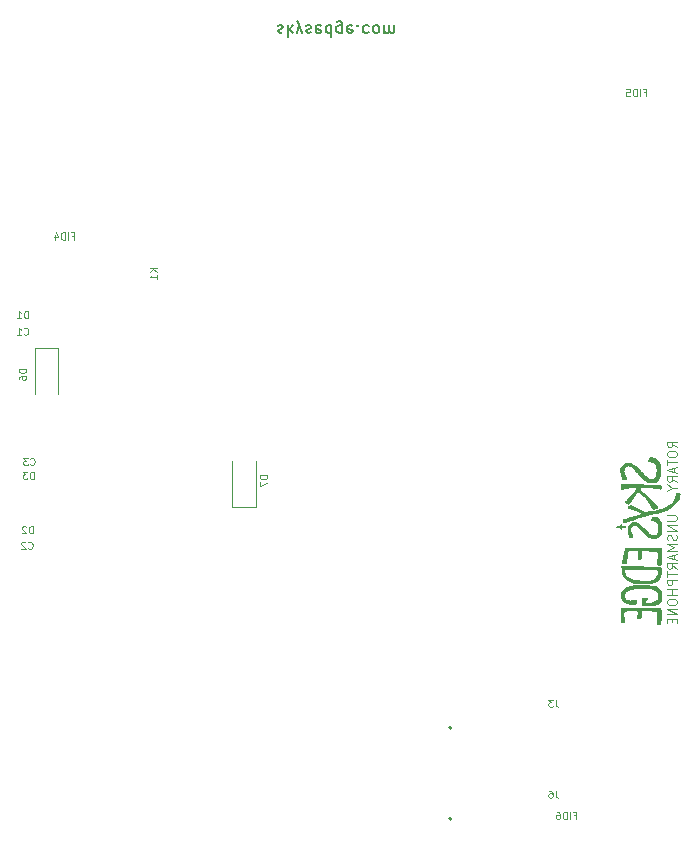
<source format=gbr>
G04 #@! TF.GenerationSoftware,KiCad,Pcbnew,5.1.6+dfsg1-1~bpo10+1*
G04 #@! TF.CreationDate,2021-06-19T16:41:40-04:00*
G04 #@! TF.ProjectId,RUSP_Daughterboard,52555350-5f44-4617-9567-68746572626f,rev?*
G04 #@! TF.SameCoordinates,Original*
G04 #@! TF.FileFunction,Legend,Bot*
G04 #@! TF.FilePolarity,Positive*
%FSLAX46Y46*%
G04 Gerber Fmt 4.6, Leading zero omitted, Abs format (unit mm)*
G04 Created by KiCad (PCBNEW 5.1.6+dfsg1-1~bpo10+1) date 2021-06-19 16:41:40*
%MOMM*%
%LPD*%
G01*
G04 APERTURE LIST*
%ADD10C,0.120000*%
%ADD11C,0.150000*%
%ADD12C,0.010000*%
G04 APERTURE END LIST*
D10*
X178361904Y-105980952D02*
X177980952Y-105714285D01*
X178361904Y-105523809D02*
X177561904Y-105523809D01*
X177561904Y-105828571D01*
X177600000Y-105904761D01*
X177638095Y-105942857D01*
X177714285Y-105980952D01*
X177828571Y-105980952D01*
X177904761Y-105942857D01*
X177942857Y-105904761D01*
X177980952Y-105828571D01*
X177980952Y-105523809D01*
X177561904Y-106476190D02*
X177561904Y-106628571D01*
X177600000Y-106704761D01*
X177676190Y-106780952D01*
X177828571Y-106819047D01*
X178095238Y-106819047D01*
X178247619Y-106780952D01*
X178323809Y-106704761D01*
X178361904Y-106628571D01*
X178361904Y-106476190D01*
X178323809Y-106400000D01*
X178247619Y-106323809D01*
X178095238Y-106285714D01*
X177828571Y-106285714D01*
X177676190Y-106323809D01*
X177600000Y-106400000D01*
X177561904Y-106476190D01*
X177561904Y-107047619D02*
X177561904Y-107504761D01*
X178361904Y-107276190D02*
X177561904Y-107276190D01*
X178133333Y-107733333D02*
X178133333Y-108114285D01*
X178361904Y-107657142D02*
X177561904Y-107923809D01*
X178361904Y-108190476D01*
X178361904Y-108914285D02*
X177980952Y-108647619D01*
X178361904Y-108457142D02*
X177561904Y-108457142D01*
X177561904Y-108761904D01*
X177600000Y-108838095D01*
X177638095Y-108876190D01*
X177714285Y-108914285D01*
X177828571Y-108914285D01*
X177904761Y-108876190D01*
X177942857Y-108838095D01*
X177980952Y-108761904D01*
X177980952Y-108457142D01*
X177980952Y-109409523D02*
X178361904Y-109409523D01*
X177561904Y-109142857D02*
X177980952Y-109409523D01*
X177561904Y-109676190D01*
X177561904Y-111771428D02*
X178209523Y-111771428D01*
X178285714Y-111809523D01*
X178323809Y-111847619D01*
X178361904Y-111923809D01*
X178361904Y-112076190D01*
X178323809Y-112152380D01*
X178285714Y-112190476D01*
X178209523Y-112228571D01*
X177561904Y-112228571D01*
X178361904Y-112609523D02*
X177561904Y-112609523D01*
X178361904Y-113066666D01*
X177561904Y-113066666D01*
X178323809Y-113409523D02*
X178361904Y-113523809D01*
X178361904Y-113714285D01*
X178323809Y-113790476D01*
X178285714Y-113828571D01*
X178209523Y-113866666D01*
X178133333Y-113866666D01*
X178057142Y-113828571D01*
X178019047Y-113790476D01*
X177980952Y-113714285D01*
X177942857Y-113561904D01*
X177904761Y-113485714D01*
X177866666Y-113447619D01*
X177790476Y-113409523D01*
X177714285Y-113409523D01*
X177638095Y-113447619D01*
X177600000Y-113485714D01*
X177561904Y-113561904D01*
X177561904Y-113752380D01*
X177600000Y-113866666D01*
X178361904Y-114209523D02*
X177561904Y-114209523D01*
X178133333Y-114476190D01*
X177561904Y-114742857D01*
X178361904Y-114742857D01*
X178133333Y-115085714D02*
X178133333Y-115466666D01*
X178361904Y-115009523D02*
X177561904Y-115276190D01*
X178361904Y-115542857D01*
X178361904Y-116266666D02*
X177980952Y-116000000D01*
X178361904Y-115809523D02*
X177561904Y-115809523D01*
X177561904Y-116114285D01*
X177600000Y-116190476D01*
X177638095Y-116228571D01*
X177714285Y-116266666D01*
X177828571Y-116266666D01*
X177904761Y-116228571D01*
X177942857Y-116190476D01*
X177980952Y-116114285D01*
X177980952Y-115809523D01*
X177561904Y-116495238D02*
X177561904Y-116952380D01*
X178361904Y-116723809D02*
X177561904Y-116723809D01*
X178361904Y-117219047D02*
X177561904Y-117219047D01*
X177561904Y-117523809D01*
X177600000Y-117600000D01*
X177638095Y-117638095D01*
X177714285Y-117676190D01*
X177828571Y-117676190D01*
X177904761Y-117638095D01*
X177942857Y-117600000D01*
X177980952Y-117523809D01*
X177980952Y-117219047D01*
X178361904Y-118019047D02*
X177561904Y-118019047D01*
X177942857Y-118019047D02*
X177942857Y-118476190D01*
X178361904Y-118476190D02*
X177561904Y-118476190D01*
X177561904Y-119009523D02*
X177561904Y-119161904D01*
X177600000Y-119238095D01*
X177676190Y-119314285D01*
X177828571Y-119352380D01*
X178095238Y-119352380D01*
X178247619Y-119314285D01*
X178323809Y-119238095D01*
X178361904Y-119161904D01*
X178361904Y-119009523D01*
X178323809Y-118933333D01*
X178247619Y-118857142D01*
X178095238Y-118819047D01*
X177828571Y-118819047D01*
X177676190Y-118857142D01*
X177600000Y-118933333D01*
X177561904Y-119009523D01*
X178361904Y-119695238D02*
X177561904Y-119695238D01*
X178361904Y-120152380D01*
X177561904Y-120152380D01*
X177942857Y-120533333D02*
X177942857Y-120800000D01*
X178361904Y-120914285D02*
X178361904Y-120533333D01*
X177561904Y-120533333D01*
X177561904Y-120914285D01*
D11*
X144597619Y-70295238D02*
X144692857Y-70247619D01*
X144883333Y-70247619D01*
X144978571Y-70295238D01*
X145026190Y-70390476D01*
X145026190Y-70438095D01*
X144978571Y-70533333D01*
X144883333Y-70580952D01*
X144740476Y-70580952D01*
X144645238Y-70628571D01*
X144597619Y-70723809D01*
X144597619Y-70771428D01*
X144645238Y-70866666D01*
X144740476Y-70914285D01*
X144883333Y-70914285D01*
X144978571Y-70866666D01*
X145454761Y-70247619D02*
X145454761Y-71247619D01*
X145550000Y-70628571D02*
X145835714Y-70247619D01*
X145835714Y-70914285D02*
X145454761Y-70533333D01*
X146169047Y-70914285D02*
X146407142Y-70247619D01*
X146645238Y-70914285D02*
X146407142Y-70247619D01*
X146311904Y-70009523D01*
X146264285Y-69961904D01*
X146169047Y-69914285D01*
X146978571Y-70295238D02*
X147073809Y-70247619D01*
X147264285Y-70247619D01*
X147359523Y-70295238D01*
X147407142Y-70390476D01*
X147407142Y-70438095D01*
X147359523Y-70533333D01*
X147264285Y-70580952D01*
X147121428Y-70580952D01*
X147026190Y-70628571D01*
X146978571Y-70723809D01*
X146978571Y-70771428D01*
X147026190Y-70866666D01*
X147121428Y-70914285D01*
X147264285Y-70914285D01*
X147359523Y-70866666D01*
X148216666Y-70295238D02*
X148121428Y-70247619D01*
X147930952Y-70247619D01*
X147835714Y-70295238D01*
X147788095Y-70390476D01*
X147788095Y-70771428D01*
X147835714Y-70866666D01*
X147930952Y-70914285D01*
X148121428Y-70914285D01*
X148216666Y-70866666D01*
X148264285Y-70771428D01*
X148264285Y-70676190D01*
X147788095Y-70580952D01*
X149121428Y-70247619D02*
X149121428Y-71247619D01*
X149121428Y-70295238D02*
X149026190Y-70247619D01*
X148835714Y-70247619D01*
X148740476Y-70295238D01*
X148692857Y-70342857D01*
X148645238Y-70438095D01*
X148645238Y-70723809D01*
X148692857Y-70819047D01*
X148740476Y-70866666D01*
X148835714Y-70914285D01*
X149026190Y-70914285D01*
X149121428Y-70866666D01*
X150026190Y-70914285D02*
X150026190Y-70104761D01*
X149978571Y-70009523D01*
X149930952Y-69961904D01*
X149835714Y-69914285D01*
X149692857Y-69914285D01*
X149597619Y-69961904D01*
X150026190Y-70295238D02*
X149930952Y-70247619D01*
X149740476Y-70247619D01*
X149645238Y-70295238D01*
X149597619Y-70342857D01*
X149550000Y-70438095D01*
X149550000Y-70723809D01*
X149597619Y-70819047D01*
X149645238Y-70866666D01*
X149740476Y-70914285D01*
X149930952Y-70914285D01*
X150026190Y-70866666D01*
X150883333Y-70295238D02*
X150788095Y-70247619D01*
X150597619Y-70247619D01*
X150502380Y-70295238D01*
X150454761Y-70390476D01*
X150454761Y-70771428D01*
X150502380Y-70866666D01*
X150597619Y-70914285D01*
X150788095Y-70914285D01*
X150883333Y-70866666D01*
X150930952Y-70771428D01*
X150930952Y-70676190D01*
X150454761Y-70580952D01*
X151359523Y-70342857D02*
X151407142Y-70295238D01*
X151359523Y-70247619D01*
X151311904Y-70295238D01*
X151359523Y-70342857D01*
X151359523Y-70247619D01*
X152264285Y-70295238D02*
X152169047Y-70247619D01*
X151978571Y-70247619D01*
X151883333Y-70295238D01*
X151835714Y-70342857D01*
X151788095Y-70438095D01*
X151788095Y-70723809D01*
X151835714Y-70819047D01*
X151883333Y-70866666D01*
X151978571Y-70914285D01*
X152169047Y-70914285D01*
X152264285Y-70866666D01*
X152835714Y-70247619D02*
X152740476Y-70295238D01*
X152692857Y-70342857D01*
X152645238Y-70438095D01*
X152645238Y-70723809D01*
X152692857Y-70819047D01*
X152740476Y-70866666D01*
X152835714Y-70914285D01*
X152978571Y-70914285D01*
X153073809Y-70866666D01*
X153121428Y-70819047D01*
X153169047Y-70723809D01*
X153169047Y-70438095D01*
X153121428Y-70342857D01*
X153073809Y-70295238D01*
X152978571Y-70247619D01*
X152835714Y-70247619D01*
X153597619Y-70247619D02*
X153597619Y-70914285D01*
X153597619Y-70819047D02*
X153645238Y-70866666D01*
X153740476Y-70914285D01*
X153883333Y-70914285D01*
X153978571Y-70866666D01*
X154026190Y-70771428D01*
X154026190Y-70247619D01*
X154026190Y-70771428D02*
X154073809Y-70866666D01*
X154169047Y-70914285D01*
X154311904Y-70914285D01*
X154407142Y-70866666D01*
X154454761Y-70771428D01*
X154454761Y-70247619D01*
X159311803Y-129750000D02*
G75*
G03*
X159311803Y-129750000I-111803J0D01*
G01*
X159311803Y-137450000D02*
G75*
G03*
X159311803Y-137450000I-111803J0D01*
G01*
D10*
X124000000Y-97550000D02*
X126000000Y-97550000D01*
X126000000Y-97550000D02*
X126000000Y-101450000D01*
X124000000Y-97550000D02*
X124000000Y-101450000D01*
X142700000Y-111050000D02*
X142700000Y-107150000D01*
X140700000Y-111050000D02*
X140700000Y-107150000D01*
X142700000Y-111050000D02*
X140700000Y-111050000D01*
D12*
G36*
X173394995Y-112735052D02*
G01*
X173503484Y-112755165D01*
X173567338Y-112784885D01*
X173597110Y-112831990D01*
X173603490Y-112888750D01*
X173612938Y-112941108D01*
X173633341Y-112947211D01*
X173654365Y-112911753D01*
X173664284Y-112861141D01*
X173672018Y-112810534D01*
X173692040Y-112781873D01*
X173738242Y-112766343D01*
X173824516Y-112755128D01*
X173832752Y-112754241D01*
X173928123Y-112740941D01*
X173990236Y-112726475D01*
X174013424Y-112713503D01*
X173992020Y-112704682D01*
X173943270Y-112702391D01*
X173811915Y-112694487D01*
X173726468Y-112668748D01*
X173679641Y-112622138D01*
X173667931Y-112587643D01*
X173647661Y-112522360D01*
X173624888Y-112493404D01*
X173607758Y-112506543D01*
X173603490Y-112542012D01*
X173595245Y-112606350D01*
X173564217Y-112647519D01*
X173499400Y-112673463D01*
X173396848Y-112691199D01*
X173231196Y-112713220D01*
X173394995Y-112735052D01*
G37*
X173394995Y-112735052D02*
X173503484Y-112755165D01*
X173567338Y-112784885D01*
X173597110Y-112831990D01*
X173603490Y-112888750D01*
X173612938Y-112941108D01*
X173633341Y-112947211D01*
X173654365Y-112911753D01*
X173664284Y-112861141D01*
X173672018Y-112810534D01*
X173692040Y-112781873D01*
X173738242Y-112766343D01*
X173824516Y-112755128D01*
X173832752Y-112754241D01*
X173928123Y-112740941D01*
X173990236Y-112726475D01*
X174013424Y-112713503D01*
X173992020Y-112704682D01*
X173943270Y-112702391D01*
X173811915Y-112694487D01*
X173726468Y-112668748D01*
X173679641Y-112622138D01*
X173667931Y-112587643D01*
X173647661Y-112522360D01*
X173624888Y-112493404D01*
X173607758Y-112506543D01*
X173603490Y-112542012D01*
X173595245Y-112606350D01*
X173564217Y-112647519D01*
X173499400Y-112673463D01*
X173396848Y-112691199D01*
X173231196Y-112713220D01*
X173394995Y-112735052D01*
G36*
X173584675Y-108073295D02*
G01*
X173606966Y-108179766D01*
X173638949Y-108304563D01*
X173676392Y-108433138D01*
X173715067Y-108550948D01*
X173750744Y-108643445D01*
X173778599Y-108695365D01*
X173820900Y-108718438D01*
X173900280Y-108721210D01*
X173944946Y-108716929D01*
X174025916Y-108705236D01*
X174081030Y-108693348D01*
X174093598Y-108687996D01*
X174086788Y-108660261D01*
X174054301Y-108606181D01*
X174038122Y-108583606D01*
X173960447Y-108450832D01*
X173901639Y-108293504D01*
X173864209Y-108126355D01*
X173850669Y-107964116D01*
X173863530Y-107821519D01*
X173893253Y-107733892D01*
X173978813Y-107623175D01*
X174094126Y-107550777D01*
X174226096Y-107521580D01*
X174361630Y-107540467D01*
X174386672Y-107549882D01*
X174489304Y-107610453D01*
X174618436Y-107716906D01*
X174772346Y-107867662D01*
X174949308Y-108061146D01*
X174963984Y-108077934D01*
X175169605Y-108308657D01*
X175349205Y-108497533D01*
X175508022Y-108648235D01*
X175651298Y-108764432D01*
X175784270Y-108849795D01*
X175912177Y-108907995D01*
X176040260Y-108942703D01*
X176173757Y-108957589D01*
X176221247Y-108958787D01*
X176413808Y-108944177D01*
X176573736Y-108895754D01*
X176703049Y-108810736D01*
X176803761Y-108686337D01*
X176877890Y-108519774D01*
X176927451Y-108308263D01*
X176954460Y-108049021D01*
X176959158Y-107939891D01*
X176961548Y-107795171D01*
X176960379Y-107661944D01*
X176955993Y-107554462D01*
X176948735Y-107486975D01*
X176948180Y-107484347D01*
X176878945Y-107295297D01*
X176763998Y-107132315D01*
X176608323Y-106999590D01*
X176416907Y-106901308D01*
X176194733Y-106841658D01*
X176180452Y-106839386D01*
X176065142Y-106821735D01*
X175980288Y-106970043D01*
X175935436Y-107053176D01*
X175904681Y-107119244D01*
X175895435Y-107149502D01*
X175921327Y-107168941D01*
X175992998Y-107179544D01*
X176040381Y-107180921D01*
X176225418Y-107205855D01*
X176384770Y-107276936D01*
X176512713Y-107389677D01*
X176603522Y-107539592D01*
X176638839Y-107650000D01*
X176663439Y-107828503D01*
X176663703Y-108023721D01*
X176641603Y-108218315D01*
X176599112Y-108394941D01*
X176538205Y-108536258D01*
X176537947Y-108536696D01*
X176454152Y-108627679D01*
X176338385Y-108679732D01*
X176199156Y-108691478D01*
X176044976Y-108661537D01*
X175963348Y-108629779D01*
X175905867Y-108592032D01*
X175814840Y-108517037D01*
X175694059Y-108408226D01*
X175547316Y-108269032D01*
X175378401Y-108102886D01*
X175350995Y-108075459D01*
X175143307Y-107869851D01*
X174967047Y-107702152D01*
X174817159Y-107568823D01*
X174688588Y-107466326D01*
X174576277Y-107391122D01*
X174475170Y-107339673D01*
X174380213Y-107308440D01*
X174286348Y-107293885D01*
X174231124Y-107291693D01*
X174080806Y-107307999D01*
X173948050Y-107362824D01*
X173818219Y-107462773D01*
X173788854Y-107491215D01*
X173670789Y-107646542D01*
X173598345Y-107826108D01*
X173576305Y-107999696D01*
X173584675Y-108073295D01*
G37*
X173584675Y-108073295D02*
X173606966Y-108179766D01*
X173638949Y-108304563D01*
X173676392Y-108433138D01*
X173715067Y-108550948D01*
X173750744Y-108643445D01*
X173778599Y-108695365D01*
X173820900Y-108718438D01*
X173900280Y-108721210D01*
X173944946Y-108716929D01*
X174025916Y-108705236D01*
X174081030Y-108693348D01*
X174093598Y-108687996D01*
X174086788Y-108660261D01*
X174054301Y-108606181D01*
X174038122Y-108583606D01*
X173960447Y-108450832D01*
X173901639Y-108293504D01*
X173864209Y-108126355D01*
X173850669Y-107964116D01*
X173863530Y-107821519D01*
X173893253Y-107733892D01*
X173978813Y-107623175D01*
X174094126Y-107550777D01*
X174226096Y-107521580D01*
X174361630Y-107540467D01*
X174386672Y-107549882D01*
X174489304Y-107610453D01*
X174618436Y-107716906D01*
X174772346Y-107867662D01*
X174949308Y-108061146D01*
X174963984Y-108077934D01*
X175169605Y-108308657D01*
X175349205Y-108497533D01*
X175508022Y-108648235D01*
X175651298Y-108764432D01*
X175784270Y-108849795D01*
X175912177Y-108907995D01*
X176040260Y-108942703D01*
X176173757Y-108957589D01*
X176221247Y-108958787D01*
X176413808Y-108944177D01*
X176573736Y-108895754D01*
X176703049Y-108810736D01*
X176803761Y-108686337D01*
X176877890Y-108519774D01*
X176927451Y-108308263D01*
X176954460Y-108049021D01*
X176959158Y-107939891D01*
X176961548Y-107795171D01*
X176960379Y-107661944D01*
X176955993Y-107554462D01*
X176948735Y-107486975D01*
X176948180Y-107484347D01*
X176878945Y-107295297D01*
X176763998Y-107132315D01*
X176608323Y-106999590D01*
X176416907Y-106901308D01*
X176194733Y-106841658D01*
X176180452Y-106839386D01*
X176065142Y-106821735D01*
X175980288Y-106970043D01*
X175935436Y-107053176D01*
X175904681Y-107119244D01*
X175895435Y-107149502D01*
X175921327Y-107168941D01*
X175992998Y-107179544D01*
X176040381Y-107180921D01*
X176225418Y-107205855D01*
X176384770Y-107276936D01*
X176512713Y-107389677D01*
X176603522Y-107539592D01*
X176638839Y-107650000D01*
X176663439Y-107828503D01*
X176663703Y-108023721D01*
X176641603Y-108218315D01*
X176599112Y-108394941D01*
X176538205Y-108536258D01*
X176537947Y-108536696D01*
X176454152Y-108627679D01*
X176338385Y-108679732D01*
X176199156Y-108691478D01*
X176044976Y-108661537D01*
X175963348Y-108629779D01*
X175905867Y-108592032D01*
X175814840Y-108517037D01*
X175694059Y-108408226D01*
X175547316Y-108269032D01*
X175378401Y-108102886D01*
X175350995Y-108075459D01*
X175143307Y-107869851D01*
X174967047Y-107702152D01*
X174817159Y-107568823D01*
X174688588Y-107466326D01*
X174576277Y-107391122D01*
X174475170Y-107339673D01*
X174380213Y-107308440D01*
X174286348Y-107293885D01*
X174231124Y-107291693D01*
X174080806Y-107307999D01*
X173948050Y-107362824D01*
X173818219Y-107462773D01*
X173788854Y-107491215D01*
X173670789Y-107646542D01*
X173598345Y-107826108D01*
X173576305Y-107999696D01*
X173584675Y-108073295D01*
G36*
X173620538Y-120412350D02*
G01*
X173623797Y-120495885D01*
X173639479Y-120814306D01*
X173740098Y-120823902D01*
X173847414Y-120828422D01*
X173910217Y-120812070D01*
X173933353Y-120767516D01*
X173921667Y-120687425D01*
X173891306Y-120595047D01*
X173869880Y-120509263D01*
X173854203Y-120394347D01*
X173844622Y-120264335D01*
X173841485Y-120133263D01*
X173845136Y-120015168D01*
X173855923Y-119924086D01*
X173873526Y-119874830D01*
X173922064Y-119848297D01*
X174016661Y-119823836D01*
X174148165Y-119802624D01*
X174307426Y-119785837D01*
X174485292Y-119774651D01*
X174672612Y-119770242D01*
X174687452Y-119770217D01*
X174822889Y-119770299D01*
X174923305Y-119775227D01*
X174992917Y-119792028D01*
X175035943Y-119827726D01*
X175056599Y-119889346D01*
X175059103Y-119983914D01*
X175047672Y-120118455D01*
X175026523Y-120299994D01*
X175023058Y-120329293D01*
X175004354Y-120488043D01*
X175129014Y-120488043D01*
X175213348Y-120480231D01*
X175273069Y-120460330D01*
X175284138Y-120451336D01*
X175298066Y-120406489D01*
X175307953Y-120316094D01*
X175312961Y-120189728D01*
X175313378Y-120117179D01*
X175314474Y-119994200D01*
X175318391Y-119892472D01*
X175324473Y-119824175D01*
X175330365Y-119801875D01*
X175365916Y-119794065D01*
X175446402Y-119789488D01*
X175561648Y-119787917D01*
X175701481Y-119789124D01*
X175855726Y-119792883D01*
X176014210Y-119798965D01*
X176166757Y-119807144D01*
X176303195Y-119817193D01*
X176385726Y-119825455D01*
X176533480Y-119846324D01*
X176630989Y-119869162D01*
X176683219Y-119895216D01*
X176689185Y-119901579D01*
X176707807Y-119956091D01*
X176718810Y-120053499D01*
X176722151Y-120182004D01*
X176717790Y-120329807D01*
X176705684Y-120485109D01*
X176691635Y-120598478D01*
X176676155Y-120712050D01*
X176664147Y-120814931D01*
X176658089Y-120885789D01*
X176657977Y-120888369D01*
X176654674Y-120971195D01*
X176985978Y-120971195D01*
X176993367Y-120303614D01*
X176994464Y-120115722D01*
X176993563Y-119947414D01*
X176990857Y-119806305D01*
X176986535Y-119700011D01*
X176980791Y-119636146D01*
X176976185Y-119620848D01*
X176940272Y-119614918D01*
X176855544Y-119608794D01*
X176728402Y-119602599D01*
X176565247Y-119596454D01*
X176372480Y-119590484D01*
X176156503Y-119584810D01*
X175923717Y-119579555D01*
X175680523Y-119574843D01*
X175433322Y-119570794D01*
X175188515Y-119567533D01*
X174952504Y-119565182D01*
X174731690Y-119563864D01*
X174532473Y-119563701D01*
X174361256Y-119564815D01*
X174224440Y-119567331D01*
X174208313Y-119567804D01*
X173639344Y-119585493D01*
X173623729Y-119881478D01*
X173618496Y-120042826D01*
X173617433Y-120229645D01*
X173620538Y-120412350D01*
G37*
X173620538Y-120412350D02*
X173623797Y-120495885D01*
X173639479Y-120814306D01*
X173740098Y-120823902D01*
X173847414Y-120828422D01*
X173910217Y-120812070D01*
X173933353Y-120767516D01*
X173921667Y-120687425D01*
X173891306Y-120595047D01*
X173869880Y-120509263D01*
X173854203Y-120394347D01*
X173844622Y-120264335D01*
X173841485Y-120133263D01*
X173845136Y-120015168D01*
X173855923Y-119924086D01*
X173873526Y-119874830D01*
X173922064Y-119848297D01*
X174016661Y-119823836D01*
X174148165Y-119802624D01*
X174307426Y-119785837D01*
X174485292Y-119774651D01*
X174672612Y-119770242D01*
X174687452Y-119770217D01*
X174822889Y-119770299D01*
X174923305Y-119775227D01*
X174992917Y-119792028D01*
X175035943Y-119827726D01*
X175056599Y-119889346D01*
X175059103Y-119983914D01*
X175047672Y-120118455D01*
X175026523Y-120299994D01*
X175023058Y-120329293D01*
X175004354Y-120488043D01*
X175129014Y-120488043D01*
X175213348Y-120480231D01*
X175273069Y-120460330D01*
X175284138Y-120451336D01*
X175298066Y-120406489D01*
X175307953Y-120316094D01*
X175312961Y-120189728D01*
X175313378Y-120117179D01*
X175314474Y-119994200D01*
X175318391Y-119892472D01*
X175324473Y-119824175D01*
X175330365Y-119801875D01*
X175365916Y-119794065D01*
X175446402Y-119789488D01*
X175561648Y-119787917D01*
X175701481Y-119789124D01*
X175855726Y-119792883D01*
X176014210Y-119798965D01*
X176166757Y-119807144D01*
X176303195Y-119817193D01*
X176385726Y-119825455D01*
X176533480Y-119846324D01*
X176630989Y-119869162D01*
X176683219Y-119895216D01*
X176689185Y-119901579D01*
X176707807Y-119956091D01*
X176718810Y-120053499D01*
X176722151Y-120182004D01*
X176717790Y-120329807D01*
X176705684Y-120485109D01*
X176691635Y-120598478D01*
X176676155Y-120712050D01*
X176664147Y-120814931D01*
X176658089Y-120885789D01*
X176657977Y-120888369D01*
X176654674Y-120971195D01*
X176985978Y-120971195D01*
X176993367Y-120303614D01*
X176994464Y-120115722D01*
X176993563Y-119947414D01*
X176990857Y-119806305D01*
X176986535Y-119700011D01*
X176980791Y-119636146D01*
X176976185Y-119620848D01*
X176940272Y-119614918D01*
X176855544Y-119608794D01*
X176728402Y-119602599D01*
X176565247Y-119596454D01*
X176372480Y-119590484D01*
X176156503Y-119584810D01*
X175923717Y-119579555D01*
X175680523Y-119574843D01*
X175433322Y-119570794D01*
X175188515Y-119567533D01*
X174952504Y-119565182D01*
X174731690Y-119563864D01*
X174532473Y-119563701D01*
X174361256Y-119564815D01*
X174224440Y-119567331D01*
X174208313Y-119567804D01*
X173639344Y-119585493D01*
X173623729Y-119881478D01*
X173618496Y-120042826D01*
X173617433Y-120229645D01*
X173620538Y-120412350D01*
G36*
X173691476Y-116339837D02*
G01*
X173699021Y-116486590D01*
X173711135Y-116594728D01*
X173730850Y-116680832D01*
X173761195Y-116761481D01*
X173773474Y-116788478D01*
X173892854Y-116978764D01*
X174058780Y-117140546D01*
X174270263Y-117273418D01*
X174526313Y-117376973D01*
X174825943Y-117450804D01*
X175168163Y-117494506D01*
X175522718Y-117507752D01*
X175867335Y-117495573D01*
X176163515Y-117458682D01*
X176412451Y-117396570D01*
X176615338Y-117308729D01*
X176773369Y-117194650D01*
X176887737Y-117053824D01*
X176956522Y-116896524D01*
X176975415Y-116807639D01*
X176989250Y-116693005D01*
X176997886Y-116564714D01*
X177001183Y-116434853D01*
X176999002Y-116315515D01*
X176991203Y-116218789D01*
X176977645Y-116156764D01*
X176965272Y-116140642D01*
X176933408Y-116138215D01*
X176852363Y-116134444D01*
X176728148Y-116129517D01*
X176566778Y-116123618D01*
X176374268Y-116116932D01*
X176156630Y-116109646D01*
X175919878Y-116101944D01*
X175670026Y-116094012D01*
X175413089Y-116086036D01*
X175155079Y-116078200D01*
X174902011Y-116070691D01*
X174659898Y-116063693D01*
X174614971Y-116062436D01*
X174614971Y-116292208D01*
X174855302Y-116292235D01*
X174978417Y-116292327D01*
X175357588Y-116294034D01*
X175695313Y-116298460D01*
X175989610Y-116305510D01*
X176238501Y-116315091D01*
X176440005Y-116327109D01*
X176592142Y-116341471D01*
X176692933Y-116358083D01*
X176738977Y-116375573D01*
X176768291Y-116423204D01*
X176786703Y-116493740D01*
X176795733Y-116563637D01*
X176802066Y-116608925D01*
X176802082Y-116609021D01*
X176793124Y-116646467D01*
X176765413Y-116717498D01*
X176727030Y-116802282D01*
X176629006Y-116967127D01*
X176506405Y-117094302D01*
X176345987Y-117196667D01*
X176295761Y-117221124D01*
X176227774Y-117250939D01*
X176165553Y-117272260D01*
X176097290Y-117286839D01*
X176011176Y-117296429D01*
X175895403Y-117302782D01*
X175738164Y-117307651D01*
X175707549Y-117308430D01*
X175370001Y-117304230D01*
X175058722Y-117275126D01*
X174777242Y-117222625D01*
X174529094Y-117148233D01*
X174317807Y-117053455D01*
X174146914Y-116939798D01*
X174019944Y-116808767D01*
X173940429Y-116661869D01*
X173914187Y-116543526D01*
X173912879Y-116450493D01*
X173924715Y-116372558D01*
X173933063Y-116350764D01*
X173942303Y-116335392D01*
X173955511Y-116322943D01*
X173978116Y-116313116D01*
X174015544Y-116305607D01*
X174073222Y-116300112D01*
X174156576Y-116296328D01*
X174271035Y-116293952D01*
X174422024Y-116292680D01*
X174614971Y-116292208D01*
X174614971Y-116062436D01*
X174434754Y-116057393D01*
X174232592Y-116051975D01*
X174059428Y-116047625D01*
X173921274Y-116044529D01*
X173824144Y-116042872D01*
X173787218Y-116042648D01*
X173680631Y-116043043D01*
X173691476Y-116339837D01*
G37*
X173691476Y-116339837D02*
X173699021Y-116486590D01*
X173711135Y-116594728D01*
X173730850Y-116680832D01*
X173761195Y-116761481D01*
X173773474Y-116788478D01*
X173892854Y-116978764D01*
X174058780Y-117140546D01*
X174270263Y-117273418D01*
X174526313Y-117376973D01*
X174825943Y-117450804D01*
X175168163Y-117494506D01*
X175522718Y-117507752D01*
X175867335Y-117495573D01*
X176163515Y-117458682D01*
X176412451Y-117396570D01*
X176615338Y-117308729D01*
X176773369Y-117194650D01*
X176887737Y-117053824D01*
X176956522Y-116896524D01*
X176975415Y-116807639D01*
X176989250Y-116693005D01*
X176997886Y-116564714D01*
X177001183Y-116434853D01*
X176999002Y-116315515D01*
X176991203Y-116218789D01*
X176977645Y-116156764D01*
X176965272Y-116140642D01*
X176933408Y-116138215D01*
X176852363Y-116134444D01*
X176728148Y-116129517D01*
X176566778Y-116123618D01*
X176374268Y-116116932D01*
X176156630Y-116109646D01*
X175919878Y-116101944D01*
X175670026Y-116094012D01*
X175413089Y-116086036D01*
X175155079Y-116078200D01*
X174902011Y-116070691D01*
X174659898Y-116063693D01*
X174614971Y-116062436D01*
X174614971Y-116292208D01*
X174855302Y-116292235D01*
X174978417Y-116292327D01*
X175357588Y-116294034D01*
X175695313Y-116298460D01*
X175989610Y-116305510D01*
X176238501Y-116315091D01*
X176440005Y-116327109D01*
X176592142Y-116341471D01*
X176692933Y-116358083D01*
X176738977Y-116375573D01*
X176768291Y-116423204D01*
X176786703Y-116493740D01*
X176795733Y-116563637D01*
X176802066Y-116608925D01*
X176802082Y-116609021D01*
X176793124Y-116646467D01*
X176765413Y-116717498D01*
X176727030Y-116802282D01*
X176629006Y-116967127D01*
X176506405Y-117094302D01*
X176345987Y-117196667D01*
X176295761Y-117221124D01*
X176227774Y-117250939D01*
X176165553Y-117272260D01*
X176097290Y-117286839D01*
X176011176Y-117296429D01*
X175895403Y-117302782D01*
X175738164Y-117307651D01*
X175707549Y-117308430D01*
X175370001Y-117304230D01*
X175058722Y-117275126D01*
X174777242Y-117222625D01*
X174529094Y-117148233D01*
X174317807Y-117053455D01*
X174146914Y-116939798D01*
X174019944Y-116808767D01*
X173940429Y-116661869D01*
X173914187Y-116543526D01*
X173912879Y-116450493D01*
X173924715Y-116372558D01*
X173933063Y-116350764D01*
X173942303Y-116335392D01*
X173955511Y-116322943D01*
X173978116Y-116313116D01*
X174015544Y-116305607D01*
X174073222Y-116300112D01*
X174156576Y-116296328D01*
X174271035Y-116293952D01*
X174422024Y-116292680D01*
X174614971Y-116292208D01*
X174614971Y-116062436D01*
X174434754Y-116057393D01*
X174232592Y-116051975D01*
X174059428Y-116047625D01*
X173921274Y-116044529D01*
X173824144Y-116042872D01*
X173787218Y-116042648D01*
X173680631Y-116043043D01*
X173691476Y-116339837D01*
G36*
X173706128Y-109488086D02*
G01*
X173911856Y-109447649D01*
X174117336Y-109414412D01*
X174313824Y-109389158D01*
X174492573Y-109372669D01*
X174644839Y-109365730D01*
X174761876Y-109369123D01*
X174834938Y-109383632D01*
X174840938Y-109386475D01*
X174883551Y-109419197D01*
X174901661Y-109462601D01*
X174892947Y-109521396D01*
X174855090Y-109600290D01*
X174785772Y-109703990D01*
X174682672Y-109837204D01*
X174543473Y-110004641D01*
X174526711Y-110024347D01*
X174420732Y-110145197D01*
X174303153Y-110273698D01*
X174192530Y-110389772D01*
X174144803Y-110437680D01*
X174065091Y-110518280D01*
X174003123Y-110585394D01*
X173967761Y-110629199D01*
X173962826Y-110639363D01*
X173986075Y-110661659D01*
X174046629Y-110696769D01*
X174119958Y-110731877D01*
X174277089Y-110801368D01*
X174326436Y-110737260D01*
X174356482Y-110693413D01*
X174409427Y-110611271D01*
X174479619Y-110499802D01*
X174561405Y-110367974D01*
X174637785Y-110243379D01*
X174725282Y-110102071D01*
X174806803Y-109974503D01*
X174876602Y-109869355D01*
X174928931Y-109795307D01*
X174955984Y-109762748D01*
X174992675Y-109736973D01*
X175032604Y-109730385D01*
X175083813Y-109746592D01*
X175154345Y-109789202D01*
X175252241Y-109861824D01*
X175350341Y-109939670D01*
X175639357Y-110204159D01*
X175882264Y-110496852D01*
X176083202Y-110823067D01*
X176159272Y-110978340D01*
X176214936Y-111091437D01*
X176266639Y-111163201D01*
X176326449Y-111198313D01*
X176406432Y-111201451D01*
X176518657Y-111177294D01*
X176606359Y-111151683D01*
X176668274Y-111125202D01*
X176692591Y-111083182D01*
X176696087Y-111029532D01*
X176690306Y-110976420D01*
X176667441Y-110926752D01*
X176619210Y-110868379D01*
X176537331Y-110789155D01*
X176523533Y-110776462D01*
X176437069Y-110696313D01*
X176324606Y-110590800D01*
X176199893Y-110472882D01*
X176076682Y-110355521D01*
X176061087Y-110340593D01*
X175931099Y-110217671D01*
X175789639Y-110086506D01*
X175653521Y-109962545D01*
X175539559Y-109861238D01*
X175536522Y-109858592D01*
X175409728Y-109746828D01*
X175319627Y-109663151D01*
X175260205Y-109600647D01*
X175225447Y-109552403D01*
X175209341Y-109511504D01*
X175205831Y-109478392D01*
X175212867Y-109437608D01*
X175238915Y-109407021D01*
X175290035Y-109385635D01*
X175372287Y-109372452D01*
X175491731Y-109366476D01*
X175654424Y-109366710D01*
X175854022Y-109371760D01*
X176149265Y-109386125D01*
X176407562Y-109408930D01*
X176620455Y-109439407D01*
X176640870Y-109443220D01*
X176763388Y-109466190D01*
X176867250Y-109484639D01*
X176939539Y-109496333D01*
X176965272Y-109499328D01*
X176987717Y-109475402D01*
X176998542Y-109401147D01*
X176999783Y-109347068D01*
X176993479Y-109245611D01*
X176975307Y-109191103D01*
X176965272Y-109183714D01*
X176930240Y-109180741D01*
X176846238Y-109177124D01*
X176719506Y-109172988D01*
X176556286Y-109168455D01*
X176362819Y-109163648D01*
X176145346Y-109158692D01*
X175910108Y-109153708D01*
X175663347Y-109148821D01*
X175411304Y-109144154D01*
X175160219Y-109139830D01*
X174916336Y-109135973D01*
X174685893Y-109132705D01*
X174475134Y-109130151D01*
X174290299Y-109128433D01*
X174137629Y-109127674D01*
X174128478Y-109127661D01*
X173645326Y-109127065D01*
X173637106Y-109315907D01*
X173628886Y-109504748D01*
X173706128Y-109488086D01*
G37*
X173706128Y-109488086D02*
X173911856Y-109447649D01*
X174117336Y-109414412D01*
X174313824Y-109389158D01*
X174492573Y-109372669D01*
X174644839Y-109365730D01*
X174761876Y-109369123D01*
X174834938Y-109383632D01*
X174840938Y-109386475D01*
X174883551Y-109419197D01*
X174901661Y-109462601D01*
X174892947Y-109521396D01*
X174855090Y-109600290D01*
X174785772Y-109703990D01*
X174682672Y-109837204D01*
X174543473Y-110004641D01*
X174526711Y-110024347D01*
X174420732Y-110145197D01*
X174303153Y-110273698D01*
X174192530Y-110389772D01*
X174144803Y-110437680D01*
X174065091Y-110518280D01*
X174003123Y-110585394D01*
X173967761Y-110629199D01*
X173962826Y-110639363D01*
X173986075Y-110661659D01*
X174046629Y-110696769D01*
X174119958Y-110731877D01*
X174277089Y-110801368D01*
X174326436Y-110737260D01*
X174356482Y-110693413D01*
X174409427Y-110611271D01*
X174479619Y-110499802D01*
X174561405Y-110367974D01*
X174637785Y-110243379D01*
X174725282Y-110102071D01*
X174806803Y-109974503D01*
X174876602Y-109869355D01*
X174928931Y-109795307D01*
X174955984Y-109762748D01*
X174992675Y-109736973D01*
X175032604Y-109730385D01*
X175083813Y-109746592D01*
X175154345Y-109789202D01*
X175252241Y-109861824D01*
X175350341Y-109939670D01*
X175639357Y-110204159D01*
X175882264Y-110496852D01*
X176083202Y-110823067D01*
X176159272Y-110978340D01*
X176214936Y-111091437D01*
X176266639Y-111163201D01*
X176326449Y-111198313D01*
X176406432Y-111201451D01*
X176518657Y-111177294D01*
X176606359Y-111151683D01*
X176668274Y-111125202D01*
X176692591Y-111083182D01*
X176696087Y-111029532D01*
X176690306Y-110976420D01*
X176667441Y-110926752D01*
X176619210Y-110868379D01*
X176537331Y-110789155D01*
X176523533Y-110776462D01*
X176437069Y-110696313D01*
X176324606Y-110590800D01*
X176199893Y-110472882D01*
X176076682Y-110355521D01*
X176061087Y-110340593D01*
X175931099Y-110217671D01*
X175789639Y-110086506D01*
X175653521Y-109962545D01*
X175539559Y-109861238D01*
X175536522Y-109858592D01*
X175409728Y-109746828D01*
X175319627Y-109663151D01*
X175260205Y-109600647D01*
X175225447Y-109552403D01*
X175209341Y-109511504D01*
X175205831Y-109478392D01*
X175212867Y-109437608D01*
X175238915Y-109407021D01*
X175290035Y-109385635D01*
X175372287Y-109372452D01*
X175491731Y-109366476D01*
X175654424Y-109366710D01*
X175854022Y-109371760D01*
X176149265Y-109386125D01*
X176407562Y-109408930D01*
X176620455Y-109439407D01*
X176640870Y-109443220D01*
X176763388Y-109466190D01*
X176867250Y-109484639D01*
X176939539Y-109496333D01*
X176965272Y-109499328D01*
X176987717Y-109475402D01*
X176998542Y-109401147D01*
X176999783Y-109347068D01*
X176993479Y-109245611D01*
X176975307Y-109191103D01*
X176965272Y-109183714D01*
X176930240Y-109180741D01*
X176846238Y-109177124D01*
X176719506Y-109172988D01*
X176556286Y-109168455D01*
X176362819Y-109163648D01*
X176145346Y-109158692D01*
X175910108Y-109153708D01*
X175663347Y-109148821D01*
X175411304Y-109144154D01*
X175160219Y-109139830D01*
X174916336Y-109135973D01*
X174685893Y-109132705D01*
X174475134Y-109130151D01*
X174290299Y-109128433D01*
X174137629Y-109127674D01*
X174128478Y-109127661D01*
X173645326Y-109127065D01*
X173637106Y-109315907D01*
X173628886Y-109504748D01*
X173706128Y-109488086D01*
G36*
X173750365Y-115760139D02*
G01*
X173815623Y-115765015D01*
X173897379Y-115768731D01*
X173976276Y-115770363D01*
X174024946Y-115769516D01*
X174054056Y-115757763D01*
X174069158Y-115718071D01*
X174074509Y-115637828D01*
X174074729Y-115622010D01*
X174080220Y-115537079D01*
X174094049Y-115414674D01*
X174114094Y-115271540D01*
X174136848Y-115132240D01*
X174163605Y-114983576D01*
X174189446Y-114876028D01*
X174223231Y-114802705D01*
X174273822Y-114756712D01*
X174350080Y-114731155D01*
X174460865Y-114719141D01*
X174615039Y-114713775D01*
X174676639Y-114712296D01*
X174827829Y-114709709D01*
X174940181Y-114714843D01*
X175018173Y-114734447D01*
X175066281Y-114775271D01*
X175088982Y-114844065D01*
X175090752Y-114947579D01*
X175076069Y-115092564D01*
X175050746Y-115276357D01*
X175046488Y-115369827D01*
X175071121Y-115421078D01*
X175131219Y-115435373D01*
X175228974Y-115419069D01*
X175329457Y-115394239D01*
X175329457Y-115082650D01*
X175331024Y-114939245D01*
X175336465Y-114841899D01*
X175346884Y-114781521D01*
X175363390Y-114749022D01*
X175370870Y-114742511D01*
X175413075Y-114733263D01*
X175500056Y-114727925D01*
X175621531Y-114726208D01*
X175767217Y-114727823D01*
X175926832Y-114732480D01*
X176090096Y-114739889D01*
X176246725Y-114749762D01*
X176386438Y-114761808D01*
X176486868Y-114773925D01*
X176591909Y-114790075D01*
X176665727Y-114808844D01*
X176713329Y-114839182D01*
X176739726Y-114890039D01*
X176749927Y-114970365D01*
X176748940Y-115089111D01*
X176742851Y-115231294D01*
X176734066Y-115380473D01*
X176722110Y-115521868D01*
X176708527Y-115639885D01*
X176694863Y-115718928D01*
X176694332Y-115721077D01*
X176673246Y-115826833D01*
X176680104Y-115890606D01*
X176722023Y-115921552D01*
X176806125Y-115928829D01*
X176854503Y-115927094D01*
X177013587Y-115918804D01*
X177020962Y-115239723D01*
X177028338Y-114560643D01*
X176717107Y-114542867D01*
X176586487Y-114536653D01*
X176419125Y-114530629D01*
X176222040Y-114524889D01*
X176002251Y-114519526D01*
X175766777Y-114514634D01*
X175522638Y-114510309D01*
X175276851Y-114506643D01*
X175036438Y-114503730D01*
X174808416Y-114501666D01*
X174599804Y-114500542D01*
X174417623Y-114500455D01*
X174268890Y-114501497D01*
X174160626Y-114503763D01*
X174099849Y-114507346D01*
X174096692Y-114507775D01*
X173968274Y-114527131D01*
X173939250Y-114684598D01*
X173923325Y-114766132D01*
X173898349Y-114888206D01*
X173867115Y-115037426D01*
X173832413Y-115200400D01*
X173811999Y-115295020D01*
X173779940Y-115445125D01*
X173753125Y-115575062D01*
X173733334Y-115675842D01*
X173722346Y-115738477D01*
X173720962Y-115755025D01*
X173750365Y-115760139D01*
G37*
X173750365Y-115760139D02*
X173815623Y-115765015D01*
X173897379Y-115768731D01*
X173976276Y-115770363D01*
X174024946Y-115769516D01*
X174054056Y-115757763D01*
X174069158Y-115718071D01*
X174074509Y-115637828D01*
X174074729Y-115622010D01*
X174080220Y-115537079D01*
X174094049Y-115414674D01*
X174114094Y-115271540D01*
X174136848Y-115132240D01*
X174163605Y-114983576D01*
X174189446Y-114876028D01*
X174223231Y-114802705D01*
X174273822Y-114756712D01*
X174350080Y-114731155D01*
X174460865Y-114719141D01*
X174615039Y-114713775D01*
X174676639Y-114712296D01*
X174827829Y-114709709D01*
X174940181Y-114714843D01*
X175018173Y-114734447D01*
X175066281Y-114775271D01*
X175088982Y-114844065D01*
X175090752Y-114947579D01*
X175076069Y-115092564D01*
X175050746Y-115276357D01*
X175046488Y-115369827D01*
X175071121Y-115421078D01*
X175131219Y-115435373D01*
X175228974Y-115419069D01*
X175329457Y-115394239D01*
X175329457Y-115082650D01*
X175331024Y-114939245D01*
X175336465Y-114841899D01*
X175346884Y-114781521D01*
X175363390Y-114749022D01*
X175370870Y-114742511D01*
X175413075Y-114733263D01*
X175500056Y-114727925D01*
X175621531Y-114726208D01*
X175767217Y-114727823D01*
X175926832Y-114732480D01*
X176090096Y-114739889D01*
X176246725Y-114749762D01*
X176386438Y-114761808D01*
X176486868Y-114773925D01*
X176591909Y-114790075D01*
X176665727Y-114808844D01*
X176713329Y-114839182D01*
X176739726Y-114890039D01*
X176749927Y-114970365D01*
X176748940Y-115089111D01*
X176742851Y-115231294D01*
X176734066Y-115380473D01*
X176722110Y-115521868D01*
X176708527Y-115639885D01*
X176694863Y-115718928D01*
X176694332Y-115721077D01*
X176673246Y-115826833D01*
X176680104Y-115890606D01*
X176722023Y-115921552D01*
X176806125Y-115928829D01*
X176854503Y-115927094D01*
X177013587Y-115918804D01*
X177020962Y-115239723D01*
X177028338Y-114560643D01*
X176717107Y-114542867D01*
X176586487Y-114536653D01*
X176419125Y-114530629D01*
X176222040Y-114524889D01*
X176002251Y-114519526D01*
X175766777Y-114514634D01*
X175522638Y-114510309D01*
X175276851Y-114506643D01*
X175036438Y-114503730D01*
X174808416Y-114501666D01*
X174599804Y-114500542D01*
X174417623Y-114500455D01*
X174268890Y-114501497D01*
X174160626Y-114503763D01*
X174099849Y-114507346D01*
X174096692Y-114507775D01*
X173968274Y-114527131D01*
X173939250Y-114684598D01*
X173923325Y-114766132D01*
X173898349Y-114888206D01*
X173867115Y-115037426D01*
X173832413Y-115200400D01*
X173811999Y-115295020D01*
X173779940Y-115445125D01*
X173753125Y-115575062D01*
X173733334Y-115675842D01*
X173722346Y-115738477D01*
X173720962Y-115755025D01*
X173750365Y-115760139D01*
G36*
X173609196Y-118561661D02*
G01*
X173623581Y-118643812D01*
X173634819Y-118696827D01*
X173697096Y-118859886D01*
X173807728Y-118998873D01*
X173964816Y-119112596D01*
X174166462Y-119199863D01*
X174410766Y-119259480D01*
X174563842Y-119280176D01*
X174682673Y-119291075D01*
X174779445Y-119297704D01*
X174842082Y-119299371D01*
X174859253Y-119297123D01*
X174867812Y-119265678D01*
X174878935Y-119194473D01*
X174890254Y-119098744D01*
X174890532Y-119096038D01*
X174909915Y-118906848D01*
X174829795Y-118921660D01*
X174758216Y-118934924D01*
X174658235Y-118953491D01*
X174584022Y-118967290D01*
X174391358Y-118983948D01*
X174223813Y-118960887D01*
X174086023Y-118902228D01*
X173982627Y-118812095D01*
X173918263Y-118694610D01*
X173897569Y-118553897D01*
X173925183Y-118394077D01*
X173928326Y-118384425D01*
X173984834Y-118267646D01*
X174072949Y-118168840D01*
X174197300Y-118085579D01*
X174362511Y-118015431D01*
X174573210Y-117955968D01*
X174834024Y-117904758D01*
X174845150Y-117902915D01*
X175039670Y-117881186D01*
X175269895Y-117871904D01*
X175517836Y-117874623D01*
X175765507Y-117888900D01*
X175994921Y-117914291D01*
X176114225Y-117934265D01*
X176350883Y-117996317D01*
X176537362Y-118080724D01*
X176674219Y-118188051D01*
X176762011Y-118318863D01*
X176801295Y-118473726D01*
X176796699Y-118626639D01*
X176752624Y-118802405D01*
X176672285Y-118941552D01*
X176553505Y-119045560D01*
X176394110Y-119115904D01*
X176191924Y-119154064D01*
X176007761Y-119162449D01*
X175844025Y-119158946D01*
X175731838Y-119147225D01*
X175667806Y-119124559D01*
X175648533Y-119088219D01*
X175670625Y-119035478D01*
X175730687Y-118963607D01*
X175743587Y-118950157D01*
X175814809Y-118861945D01*
X175835441Y-118795571D01*
X175805244Y-118750531D01*
X175723979Y-118726324D01*
X175634533Y-118721509D01*
X175539023Y-118724668D01*
X175475503Y-118739780D01*
X175436915Y-118776338D01*
X175416202Y-118843834D01*
X175406305Y-118951759D01*
X175402868Y-119033067D01*
X175398875Y-119155041D01*
X175401617Y-119245744D01*
X175418008Y-119309520D01*
X175454961Y-119350710D01*
X175519386Y-119373657D01*
X175618198Y-119382702D01*
X175758308Y-119382187D01*
X175946628Y-119376456D01*
X175949378Y-119376368D01*
X176144580Y-119368494D01*
X176295975Y-119358171D01*
X176414962Y-119344114D01*
X176512936Y-119325034D01*
X176586552Y-119304435D01*
X176763037Y-119225889D01*
X176898453Y-119116912D01*
X176988351Y-118981148D01*
X176992112Y-118972438D01*
X177018586Y-118875295D01*
X177036192Y-118742550D01*
X177044218Y-118593217D01*
X177041952Y-118446306D01*
X177028682Y-118320828D01*
X177018278Y-118274090D01*
X176947985Y-118102569D01*
X176841508Y-117964448D01*
X176694029Y-117855339D01*
X176500734Y-117770850D01*
X176447609Y-117753934D01*
X176223570Y-117702353D01*
X175960108Y-117667448D01*
X175670402Y-117649097D01*
X175367631Y-117647179D01*
X175064972Y-117661574D01*
X174775604Y-117692159D01*
X174512706Y-117738815D01*
X174378360Y-117772954D01*
X174138473Y-117856092D01*
X173948750Y-117953211D01*
X173805229Y-118067371D01*
X173703948Y-118201633D01*
X173646884Y-118337931D01*
X173620062Y-118432099D01*
X173607761Y-118498883D01*
X173609196Y-118561661D01*
G37*
X173609196Y-118561661D02*
X173623581Y-118643812D01*
X173634819Y-118696827D01*
X173697096Y-118859886D01*
X173807728Y-118998873D01*
X173964816Y-119112596D01*
X174166462Y-119199863D01*
X174410766Y-119259480D01*
X174563842Y-119280176D01*
X174682673Y-119291075D01*
X174779445Y-119297704D01*
X174842082Y-119299371D01*
X174859253Y-119297123D01*
X174867812Y-119265678D01*
X174878935Y-119194473D01*
X174890254Y-119098744D01*
X174890532Y-119096038D01*
X174909915Y-118906848D01*
X174829795Y-118921660D01*
X174758216Y-118934924D01*
X174658235Y-118953491D01*
X174584022Y-118967290D01*
X174391358Y-118983948D01*
X174223813Y-118960887D01*
X174086023Y-118902228D01*
X173982627Y-118812095D01*
X173918263Y-118694610D01*
X173897569Y-118553897D01*
X173925183Y-118394077D01*
X173928326Y-118384425D01*
X173984834Y-118267646D01*
X174072949Y-118168840D01*
X174197300Y-118085579D01*
X174362511Y-118015431D01*
X174573210Y-117955968D01*
X174834024Y-117904758D01*
X174845150Y-117902915D01*
X175039670Y-117881186D01*
X175269895Y-117871904D01*
X175517836Y-117874623D01*
X175765507Y-117888900D01*
X175994921Y-117914291D01*
X176114225Y-117934265D01*
X176350883Y-117996317D01*
X176537362Y-118080724D01*
X176674219Y-118188051D01*
X176762011Y-118318863D01*
X176801295Y-118473726D01*
X176796699Y-118626639D01*
X176752624Y-118802405D01*
X176672285Y-118941552D01*
X176553505Y-119045560D01*
X176394110Y-119115904D01*
X176191924Y-119154064D01*
X176007761Y-119162449D01*
X175844025Y-119158946D01*
X175731838Y-119147225D01*
X175667806Y-119124559D01*
X175648533Y-119088219D01*
X175670625Y-119035478D01*
X175730687Y-118963607D01*
X175743587Y-118950157D01*
X175814809Y-118861945D01*
X175835441Y-118795571D01*
X175805244Y-118750531D01*
X175723979Y-118726324D01*
X175634533Y-118721509D01*
X175539023Y-118724668D01*
X175475503Y-118739780D01*
X175436915Y-118776338D01*
X175416202Y-118843834D01*
X175406305Y-118951759D01*
X175402868Y-119033067D01*
X175398875Y-119155041D01*
X175401617Y-119245744D01*
X175418008Y-119309520D01*
X175454961Y-119350710D01*
X175519386Y-119373657D01*
X175618198Y-119382702D01*
X175758308Y-119382187D01*
X175946628Y-119376456D01*
X175949378Y-119376368D01*
X176144580Y-119368494D01*
X176295975Y-119358171D01*
X176414962Y-119344114D01*
X176512936Y-119325034D01*
X176586552Y-119304435D01*
X176763037Y-119225889D01*
X176898453Y-119116912D01*
X176988351Y-118981148D01*
X176992112Y-118972438D01*
X177018586Y-118875295D01*
X177036192Y-118742550D01*
X177044218Y-118593217D01*
X177041952Y-118446306D01*
X177028682Y-118320828D01*
X177018278Y-118274090D01*
X176947985Y-118102569D01*
X176841508Y-117964448D01*
X176694029Y-117855339D01*
X176500734Y-117770850D01*
X176447609Y-117753934D01*
X176223570Y-117702353D01*
X175960108Y-117667448D01*
X175670402Y-117649097D01*
X175367631Y-117647179D01*
X175064972Y-117661574D01*
X174775604Y-117692159D01*
X174512706Y-117738815D01*
X174378360Y-117772954D01*
X174138473Y-117856092D01*
X173948750Y-117953211D01*
X173805229Y-118067371D01*
X173703948Y-118201633D01*
X173646884Y-118337931D01*
X173620062Y-118432099D01*
X173607761Y-118498883D01*
X173609196Y-118561661D01*
G36*
X174219981Y-113141121D02*
G01*
X174271465Y-113327215D01*
X174277649Y-113344293D01*
X174356744Y-113558260D01*
X174475656Y-113558260D01*
X174552177Y-113552786D01*
X174602577Y-113539044D01*
X174610457Y-113532550D01*
X174605895Y-113496195D01*
X174575859Y-113434445D01*
X174556914Y-113404524D01*
X174485533Y-113265603D01*
X174440592Y-113107283D01*
X174424181Y-112946306D01*
X174438389Y-112799415D01*
X174470110Y-112709114D01*
X174547948Y-112613760D01*
X174655278Y-112555616D01*
X174777711Y-112538382D01*
X174900853Y-112565757D01*
X174943091Y-112587551D01*
X174987802Y-112617231D01*
X175036560Y-112655551D01*
X175094818Y-112707855D01*
X175168031Y-112779488D01*
X175261650Y-112875794D01*
X175381131Y-113002117D01*
X175531926Y-113163801D01*
X175540023Y-113172518D01*
X175698430Y-113337837D01*
X175832484Y-113463988D01*
X175950522Y-113556304D01*
X176060880Y-113620121D01*
X176171893Y-113660771D01*
X176291897Y-113683589D01*
X176347451Y-113689176D01*
X176537377Y-113680794D01*
X176702502Y-113625831D01*
X176837785Y-113527874D01*
X176938187Y-113390512D01*
X176996633Y-113226956D01*
X177016333Y-113103271D01*
X177030698Y-112947525D01*
X177038969Y-112779005D01*
X177040381Y-112616997D01*
X177034175Y-112480789D01*
X177028135Y-112429394D01*
X176975221Y-112260916D01*
X176876490Y-112116244D01*
X176738258Y-112000992D01*
X176566842Y-111920773D01*
X176417303Y-111886560D01*
X176338234Y-111878527D01*
X176292112Y-111888773D01*
X176257421Y-111926481D01*
X176233886Y-111964847D01*
X176178613Y-112063011D01*
X176156669Y-112124254D01*
X176171738Y-112158239D01*
X176227505Y-112174628D01*
X176316819Y-112182403D01*
X176479108Y-112210506D01*
X176604435Y-112273626D01*
X176694936Y-112374641D01*
X176752748Y-112516433D01*
X176780008Y-112701884D01*
X176782855Y-112810666D01*
X176769936Y-113017023D01*
X176734493Y-113188893D01*
X176678336Y-113320200D01*
X176606514Y-113402528D01*
X176511197Y-113443648D01*
X176389457Y-113456120D01*
X176262178Y-113439773D01*
X176170883Y-113406082D01*
X176123639Y-113372677D01*
X176044654Y-113306748D01*
X175941222Y-113214824D01*
X175820640Y-113103435D01*
X175690200Y-112979112D01*
X175647328Y-112937428D01*
X175444658Y-112744056D01*
X175272021Y-112590788D01*
X175124521Y-112474965D01*
X174997259Y-112393927D01*
X174885339Y-112345013D01*
X174783863Y-112325565D01*
X174687933Y-112332922D01*
X174592654Y-112364424D01*
X174592471Y-112364505D01*
X174449810Y-112451697D01*
X174323074Y-112573106D01*
X174245940Y-112684614D01*
X174206633Y-112807635D01*
X174198176Y-112963866D01*
X174219981Y-113141121D01*
G37*
X174219981Y-113141121D02*
X174271465Y-113327215D01*
X174277649Y-113344293D01*
X174356744Y-113558260D01*
X174475656Y-113558260D01*
X174552177Y-113552786D01*
X174602577Y-113539044D01*
X174610457Y-113532550D01*
X174605895Y-113496195D01*
X174575859Y-113434445D01*
X174556914Y-113404524D01*
X174485533Y-113265603D01*
X174440592Y-113107283D01*
X174424181Y-112946306D01*
X174438389Y-112799415D01*
X174470110Y-112709114D01*
X174547948Y-112613760D01*
X174655278Y-112555616D01*
X174777711Y-112538382D01*
X174900853Y-112565757D01*
X174943091Y-112587551D01*
X174987802Y-112617231D01*
X175036560Y-112655551D01*
X175094818Y-112707855D01*
X175168031Y-112779488D01*
X175261650Y-112875794D01*
X175381131Y-113002117D01*
X175531926Y-113163801D01*
X175540023Y-113172518D01*
X175698430Y-113337837D01*
X175832484Y-113463988D01*
X175950522Y-113556304D01*
X176060880Y-113620121D01*
X176171893Y-113660771D01*
X176291897Y-113683589D01*
X176347451Y-113689176D01*
X176537377Y-113680794D01*
X176702502Y-113625831D01*
X176837785Y-113527874D01*
X176938187Y-113390512D01*
X176996633Y-113226956D01*
X177016333Y-113103271D01*
X177030698Y-112947525D01*
X177038969Y-112779005D01*
X177040381Y-112616997D01*
X177034175Y-112480789D01*
X177028135Y-112429394D01*
X176975221Y-112260916D01*
X176876490Y-112116244D01*
X176738258Y-112000992D01*
X176566842Y-111920773D01*
X176417303Y-111886560D01*
X176338234Y-111878527D01*
X176292112Y-111888773D01*
X176257421Y-111926481D01*
X176233886Y-111964847D01*
X176178613Y-112063011D01*
X176156669Y-112124254D01*
X176171738Y-112158239D01*
X176227505Y-112174628D01*
X176316819Y-112182403D01*
X176479108Y-112210506D01*
X176604435Y-112273626D01*
X176694936Y-112374641D01*
X176752748Y-112516433D01*
X176780008Y-112701884D01*
X176782855Y-112810666D01*
X176769936Y-113017023D01*
X176734493Y-113188893D01*
X176678336Y-113320200D01*
X176606514Y-113402528D01*
X176511197Y-113443648D01*
X176389457Y-113456120D01*
X176262178Y-113439773D01*
X176170883Y-113406082D01*
X176123639Y-113372677D01*
X176044654Y-113306748D01*
X175941222Y-113214824D01*
X175820640Y-113103435D01*
X175690200Y-112979112D01*
X175647328Y-112937428D01*
X175444658Y-112744056D01*
X175272021Y-112590788D01*
X175124521Y-112474965D01*
X174997259Y-112393927D01*
X174885339Y-112345013D01*
X174783863Y-112325565D01*
X174687933Y-112332922D01*
X174592654Y-112364424D01*
X174592471Y-112364505D01*
X174449810Y-112451697D01*
X174323074Y-112573106D01*
X174245940Y-112684614D01*
X174206633Y-112807635D01*
X174198176Y-112963866D01*
X174219981Y-113141121D01*
G36*
X173832881Y-112282027D02*
G01*
X173854879Y-112327971D01*
X173860729Y-112331396D01*
X173904681Y-112329853D01*
X173992061Y-112312009D01*
X174114388Y-112280389D01*
X174263181Y-112237516D01*
X174429958Y-112185915D01*
X174606239Y-112128111D01*
X174783542Y-112066626D01*
X174926431Y-112014220D01*
X175122567Y-111941465D01*
X175297001Y-111880168D01*
X175461495Y-111826994D01*
X175627813Y-111778607D01*
X175807717Y-111731670D01*
X176012969Y-111682847D01*
X176255334Y-111628804D01*
X176382568Y-111601262D01*
X176690254Y-111532751D01*
X176950019Y-111469406D01*
X177168674Y-111409087D01*
X177353029Y-111349657D01*
X177509895Y-111288976D01*
X177646084Y-111224905D01*
X177731413Y-111177688D01*
X177897587Y-111062788D01*
X178070456Y-110914019D01*
X178233178Y-110747462D01*
X178368914Y-110579196D01*
X178389892Y-110548913D01*
X178457685Y-110432472D01*
X178514947Y-110304642D01*
X178559501Y-110175054D01*
X178589169Y-110053340D01*
X178601777Y-109949131D01*
X178595147Y-109872058D01*
X178567103Y-109831752D01*
X178552772Y-109828161D01*
X178456794Y-109828130D01*
X178372422Y-109837863D01*
X178319717Y-109854825D01*
X178315442Y-109858157D01*
X178299782Y-109894580D01*
X178279723Y-109970402D01*
X178259185Y-110070433D01*
X178255894Y-110088944D01*
X178209372Y-110277709D01*
X178135694Y-110443141D01*
X178026875Y-110599047D01*
X177874929Y-110759234D01*
X177860328Y-110772968D01*
X177683535Y-110919920D01*
X177488776Y-111044922D01*
X177269571Y-111150393D01*
X177019438Y-111238750D01*
X176731898Y-111312413D01*
X176400470Y-111373799D01*
X176157718Y-111408356D01*
X175985882Y-111429592D01*
X175845527Y-111442713D01*
X175726233Y-111445569D01*
X175617583Y-111436013D01*
X175509160Y-111411898D01*
X175390545Y-111371075D01*
X175251322Y-111311399D01*
X175081073Y-111230720D01*
X174924863Y-111154204D01*
X174423815Y-110907625D01*
X174341181Y-110956040D01*
X174269175Y-111008756D01*
X174222798Y-111062991D01*
X174211588Y-111106381D01*
X174217461Y-111116446D01*
X174251844Y-111130254D01*
X174325071Y-111149427D01*
X174421578Y-111169912D01*
X174425725Y-111170706D01*
X174529241Y-111197308D01*
X174663678Y-111241566D01*
X174810328Y-111296923D01*
X174928832Y-111347009D01*
X175102023Y-111425930D01*
X175228316Y-111487629D01*
X175312029Y-111535529D01*
X175357478Y-111573052D01*
X175368977Y-111603621D01*
X175350845Y-111630658D01*
X175315306Y-111653446D01*
X175265404Y-111673550D01*
X175171987Y-111705298D01*
X175044814Y-111745806D01*
X174893642Y-111792193D01*
X174728231Y-111841576D01*
X174558338Y-111891074D01*
X174393721Y-111937802D01*
X174244139Y-111978880D01*
X174119349Y-112011425D01*
X174038750Y-112030510D01*
X173824783Y-112076795D01*
X173824783Y-112197198D01*
X173832881Y-112282027D01*
G37*
X173832881Y-112282027D02*
X173854879Y-112327971D01*
X173860729Y-112331396D01*
X173904681Y-112329853D01*
X173992061Y-112312009D01*
X174114388Y-112280389D01*
X174263181Y-112237516D01*
X174429958Y-112185915D01*
X174606239Y-112128111D01*
X174783542Y-112066626D01*
X174926431Y-112014220D01*
X175122567Y-111941465D01*
X175297001Y-111880168D01*
X175461495Y-111826994D01*
X175627813Y-111778607D01*
X175807717Y-111731670D01*
X176012969Y-111682847D01*
X176255334Y-111628804D01*
X176382568Y-111601262D01*
X176690254Y-111532751D01*
X176950019Y-111469406D01*
X177168674Y-111409087D01*
X177353029Y-111349657D01*
X177509895Y-111288976D01*
X177646084Y-111224905D01*
X177731413Y-111177688D01*
X177897587Y-111062788D01*
X178070456Y-110914019D01*
X178233178Y-110747462D01*
X178368914Y-110579196D01*
X178389892Y-110548913D01*
X178457685Y-110432472D01*
X178514947Y-110304642D01*
X178559501Y-110175054D01*
X178589169Y-110053340D01*
X178601777Y-109949131D01*
X178595147Y-109872058D01*
X178567103Y-109831752D01*
X178552772Y-109828161D01*
X178456794Y-109828130D01*
X178372422Y-109837863D01*
X178319717Y-109854825D01*
X178315442Y-109858157D01*
X178299782Y-109894580D01*
X178279723Y-109970402D01*
X178259185Y-110070433D01*
X178255894Y-110088944D01*
X178209372Y-110277709D01*
X178135694Y-110443141D01*
X178026875Y-110599047D01*
X177874929Y-110759234D01*
X177860328Y-110772968D01*
X177683535Y-110919920D01*
X177488776Y-111044922D01*
X177269571Y-111150393D01*
X177019438Y-111238750D01*
X176731898Y-111312413D01*
X176400470Y-111373799D01*
X176157718Y-111408356D01*
X175985882Y-111429592D01*
X175845527Y-111442713D01*
X175726233Y-111445569D01*
X175617583Y-111436013D01*
X175509160Y-111411898D01*
X175390545Y-111371075D01*
X175251322Y-111311399D01*
X175081073Y-111230720D01*
X174924863Y-111154204D01*
X174423815Y-110907625D01*
X174341181Y-110956040D01*
X174269175Y-111008756D01*
X174222798Y-111062991D01*
X174211588Y-111106381D01*
X174217461Y-111116446D01*
X174251844Y-111130254D01*
X174325071Y-111149427D01*
X174421578Y-111169912D01*
X174425725Y-111170706D01*
X174529241Y-111197308D01*
X174663678Y-111241566D01*
X174810328Y-111296923D01*
X174928832Y-111347009D01*
X175102023Y-111425930D01*
X175228316Y-111487629D01*
X175312029Y-111535529D01*
X175357478Y-111573052D01*
X175368977Y-111603621D01*
X175350845Y-111630658D01*
X175315306Y-111653446D01*
X175265404Y-111673550D01*
X175171987Y-111705298D01*
X175044814Y-111745806D01*
X174893642Y-111792193D01*
X174728231Y-111841576D01*
X174558338Y-111891074D01*
X174393721Y-111937802D01*
X174244139Y-111978880D01*
X174119349Y-112011425D01*
X174038750Y-112030510D01*
X173824783Y-112076795D01*
X173824783Y-112197198D01*
X173832881Y-112282027D01*
D10*
X123100000Y-96414285D02*
X123128571Y-96442857D01*
X123214285Y-96471428D01*
X123271428Y-96471428D01*
X123357142Y-96442857D01*
X123414285Y-96385714D01*
X123442857Y-96328571D01*
X123471428Y-96214285D01*
X123471428Y-96128571D01*
X123442857Y-96014285D01*
X123414285Y-95957142D01*
X123357142Y-95900000D01*
X123271428Y-95871428D01*
X123214285Y-95871428D01*
X123128571Y-95900000D01*
X123100000Y-95928571D01*
X122528571Y-96471428D02*
X122871428Y-96471428D01*
X122700000Y-96471428D02*
X122700000Y-95871428D01*
X122757142Y-95957142D01*
X122814285Y-96014285D01*
X122871428Y-96042857D01*
X123450000Y-114539285D02*
X123478571Y-114567857D01*
X123564285Y-114596428D01*
X123621428Y-114596428D01*
X123707142Y-114567857D01*
X123764285Y-114510714D01*
X123792857Y-114453571D01*
X123821428Y-114339285D01*
X123821428Y-114253571D01*
X123792857Y-114139285D01*
X123764285Y-114082142D01*
X123707142Y-114025000D01*
X123621428Y-113996428D01*
X123564285Y-113996428D01*
X123478571Y-114025000D01*
X123450000Y-114053571D01*
X123221428Y-114053571D02*
X123192857Y-114025000D01*
X123135714Y-113996428D01*
X122992857Y-113996428D01*
X122935714Y-114025000D01*
X122907142Y-114053571D01*
X122878571Y-114110714D01*
X122878571Y-114167857D01*
X122907142Y-114253571D01*
X123250000Y-114596428D01*
X122878571Y-114596428D01*
X123625000Y-107439285D02*
X123653571Y-107467857D01*
X123739285Y-107496428D01*
X123796428Y-107496428D01*
X123882142Y-107467857D01*
X123939285Y-107410714D01*
X123967857Y-107353571D01*
X123996428Y-107239285D01*
X123996428Y-107153571D01*
X123967857Y-107039285D01*
X123939285Y-106982142D01*
X123882142Y-106925000D01*
X123796428Y-106896428D01*
X123739285Y-106896428D01*
X123653571Y-106925000D01*
X123625000Y-106953571D01*
X123425000Y-106896428D02*
X123053571Y-106896428D01*
X123253571Y-107125000D01*
X123167857Y-107125000D01*
X123110714Y-107153571D01*
X123082142Y-107182142D01*
X123053571Y-107239285D01*
X123053571Y-107382142D01*
X123082142Y-107439285D01*
X123110714Y-107467857D01*
X123167857Y-107496428D01*
X123339285Y-107496428D01*
X123396428Y-107467857D01*
X123425000Y-107439285D01*
X123442857Y-95071428D02*
X123442857Y-94471428D01*
X123300000Y-94471428D01*
X123214285Y-94500000D01*
X123157142Y-94557142D01*
X123128571Y-94614285D01*
X123100000Y-94728571D01*
X123100000Y-94814285D01*
X123128571Y-94928571D01*
X123157142Y-94985714D01*
X123214285Y-95042857D01*
X123300000Y-95071428D01*
X123442857Y-95071428D01*
X122528571Y-95071428D02*
X122871428Y-95071428D01*
X122700000Y-95071428D02*
X122700000Y-94471428D01*
X122757142Y-94557142D01*
X122814285Y-94614285D01*
X122871428Y-94642857D01*
X123832857Y-113296428D02*
X123832857Y-112696428D01*
X123690000Y-112696428D01*
X123604285Y-112725000D01*
X123547142Y-112782142D01*
X123518571Y-112839285D01*
X123490000Y-112953571D01*
X123490000Y-113039285D01*
X123518571Y-113153571D01*
X123547142Y-113210714D01*
X123604285Y-113267857D01*
X123690000Y-113296428D01*
X123832857Y-113296428D01*
X123261428Y-112753571D02*
X123232857Y-112725000D01*
X123175714Y-112696428D01*
X123032857Y-112696428D01*
X122975714Y-112725000D01*
X122947142Y-112753571D01*
X122918571Y-112810714D01*
X122918571Y-112867857D01*
X122947142Y-112953571D01*
X123290000Y-113296428D01*
X122918571Y-113296428D01*
X123917857Y-108671428D02*
X123917857Y-108071428D01*
X123775000Y-108071428D01*
X123689285Y-108100000D01*
X123632142Y-108157142D01*
X123603571Y-108214285D01*
X123575000Y-108328571D01*
X123575000Y-108414285D01*
X123603571Y-108528571D01*
X123632142Y-108585714D01*
X123689285Y-108642857D01*
X123775000Y-108671428D01*
X123917857Y-108671428D01*
X123375000Y-108071428D02*
X123003571Y-108071428D01*
X123203571Y-108300000D01*
X123117857Y-108300000D01*
X123060714Y-108328571D01*
X123032142Y-108357142D01*
X123003571Y-108414285D01*
X123003571Y-108557142D01*
X123032142Y-108614285D01*
X123060714Y-108642857D01*
X123117857Y-108671428D01*
X123289285Y-108671428D01*
X123346428Y-108642857D01*
X123375000Y-108614285D01*
X127142857Y-88095142D02*
X127342857Y-88095142D01*
X127342857Y-88409428D02*
X127342857Y-87809428D01*
X127057142Y-87809428D01*
X126828571Y-88409428D02*
X126828571Y-87809428D01*
X126542857Y-88409428D02*
X126542857Y-87809428D01*
X126400000Y-87809428D01*
X126314285Y-87838000D01*
X126257142Y-87895142D01*
X126228571Y-87952285D01*
X126200000Y-88066571D01*
X126200000Y-88152285D01*
X126228571Y-88266571D01*
X126257142Y-88323714D01*
X126314285Y-88380857D01*
X126400000Y-88409428D01*
X126542857Y-88409428D01*
X125685714Y-88009428D02*
X125685714Y-88409428D01*
X125828571Y-87780857D02*
X125971428Y-88209428D01*
X125600000Y-88209428D01*
X175568857Y-75957142D02*
X175768857Y-75957142D01*
X175768857Y-76271428D02*
X175768857Y-75671428D01*
X175483142Y-75671428D01*
X175254571Y-76271428D02*
X175254571Y-75671428D01*
X174968857Y-76271428D02*
X174968857Y-75671428D01*
X174826000Y-75671428D01*
X174740285Y-75700000D01*
X174683142Y-75757142D01*
X174654571Y-75814285D01*
X174626000Y-75928571D01*
X174626000Y-76014285D01*
X174654571Y-76128571D01*
X174683142Y-76185714D01*
X174740285Y-76242857D01*
X174826000Y-76271428D01*
X174968857Y-76271428D01*
X174083142Y-75671428D02*
X174368857Y-75671428D01*
X174397428Y-75957142D01*
X174368857Y-75928571D01*
X174311714Y-75900000D01*
X174168857Y-75900000D01*
X174111714Y-75928571D01*
X174083142Y-75957142D01*
X174054571Y-76014285D01*
X174054571Y-76157142D01*
X174083142Y-76214285D01*
X174111714Y-76242857D01*
X174168857Y-76271428D01*
X174311714Y-76271428D01*
X174368857Y-76242857D01*
X174397428Y-76214285D01*
X169642857Y-137157142D02*
X169842857Y-137157142D01*
X169842857Y-137471428D02*
X169842857Y-136871428D01*
X169557142Y-136871428D01*
X169328571Y-137471428D02*
X169328571Y-136871428D01*
X169042857Y-137471428D02*
X169042857Y-136871428D01*
X168900000Y-136871428D01*
X168814285Y-136900000D01*
X168757142Y-136957142D01*
X168728571Y-137014285D01*
X168700000Y-137128571D01*
X168700000Y-137214285D01*
X168728571Y-137328571D01*
X168757142Y-137385714D01*
X168814285Y-137442857D01*
X168900000Y-137471428D01*
X169042857Y-137471428D01*
X168185714Y-136871428D02*
X168300000Y-136871428D01*
X168357142Y-136900000D01*
X168385714Y-136928571D01*
X168442857Y-137014285D01*
X168471428Y-137128571D01*
X168471428Y-137357142D01*
X168442857Y-137414285D01*
X168414285Y-137442857D01*
X168357142Y-137471428D01*
X168242857Y-137471428D01*
X168185714Y-137442857D01*
X168157142Y-137414285D01*
X168128571Y-137357142D01*
X168128571Y-137214285D01*
X168157142Y-137157142D01*
X168185714Y-137128571D01*
X168242857Y-137100000D01*
X168357142Y-137100000D01*
X168414285Y-137128571D01*
X168442857Y-137157142D01*
X168471428Y-137214285D01*
X168100000Y-127371428D02*
X168100000Y-127800000D01*
X168128571Y-127885714D01*
X168185714Y-127942857D01*
X168271428Y-127971428D01*
X168328571Y-127971428D01*
X167871428Y-127371428D02*
X167500000Y-127371428D01*
X167700000Y-127600000D01*
X167614285Y-127600000D01*
X167557142Y-127628571D01*
X167528571Y-127657142D01*
X167500000Y-127714285D01*
X167500000Y-127857142D01*
X167528571Y-127914285D01*
X167557142Y-127942857D01*
X167614285Y-127971428D01*
X167785714Y-127971428D01*
X167842857Y-127942857D01*
X167871428Y-127914285D01*
X168100000Y-135071428D02*
X168100000Y-135500000D01*
X168128571Y-135585714D01*
X168185714Y-135642857D01*
X168271428Y-135671428D01*
X168328571Y-135671428D01*
X167557142Y-135071428D02*
X167671428Y-135071428D01*
X167728571Y-135100000D01*
X167757142Y-135128571D01*
X167814285Y-135214285D01*
X167842857Y-135328571D01*
X167842857Y-135557142D01*
X167814285Y-135614285D01*
X167785714Y-135642857D01*
X167728571Y-135671428D01*
X167614285Y-135671428D01*
X167557142Y-135642857D01*
X167528571Y-135614285D01*
X167500000Y-135557142D01*
X167500000Y-135414285D01*
X167528571Y-135357142D01*
X167557142Y-135328571D01*
X167614285Y-135300000D01*
X167728571Y-135300000D01*
X167785714Y-135328571D01*
X167814285Y-135357142D01*
X167842857Y-135414285D01*
X123271428Y-99357142D02*
X122671428Y-99357142D01*
X122671428Y-99500000D01*
X122700000Y-99585714D01*
X122757142Y-99642857D01*
X122814285Y-99671428D01*
X122928571Y-99700000D01*
X123014285Y-99700000D01*
X123128571Y-99671428D01*
X123185714Y-99642857D01*
X123242857Y-99585714D01*
X123271428Y-99500000D01*
X123271428Y-99357142D01*
X122671428Y-100214285D02*
X122671428Y-100100000D01*
X122700000Y-100042857D01*
X122728571Y-100014285D01*
X122814285Y-99957142D01*
X122928571Y-99928571D01*
X123157142Y-99928571D01*
X123214285Y-99957142D01*
X123242857Y-99985714D01*
X123271428Y-100042857D01*
X123271428Y-100157142D01*
X123242857Y-100214285D01*
X123214285Y-100242857D01*
X123157142Y-100271428D01*
X123014285Y-100271428D01*
X122957142Y-100242857D01*
X122928571Y-100214285D01*
X122900000Y-100157142D01*
X122900000Y-100042857D01*
X122928571Y-99985714D01*
X122957142Y-99957142D01*
X123014285Y-99928571D01*
X143669428Y-108357142D02*
X143069428Y-108357142D01*
X143069428Y-108500000D01*
X143098000Y-108585714D01*
X143155142Y-108642857D01*
X143212285Y-108671428D01*
X143326571Y-108700000D01*
X143412285Y-108700000D01*
X143526571Y-108671428D01*
X143583714Y-108642857D01*
X143640857Y-108585714D01*
X143669428Y-108500000D01*
X143669428Y-108357142D01*
X143069428Y-108900000D02*
X143069428Y-109300000D01*
X143669428Y-109042857D01*
X134345428Y-90831142D02*
X133745428Y-90831142D01*
X134345428Y-91174000D02*
X134002571Y-90916857D01*
X133745428Y-91174000D02*
X134088285Y-90831142D01*
X134345428Y-91745428D02*
X134345428Y-91402571D01*
X134345428Y-91574000D02*
X133745428Y-91574000D01*
X133831142Y-91516857D01*
X133888285Y-91459714D01*
X133916857Y-91402571D01*
M02*

</source>
